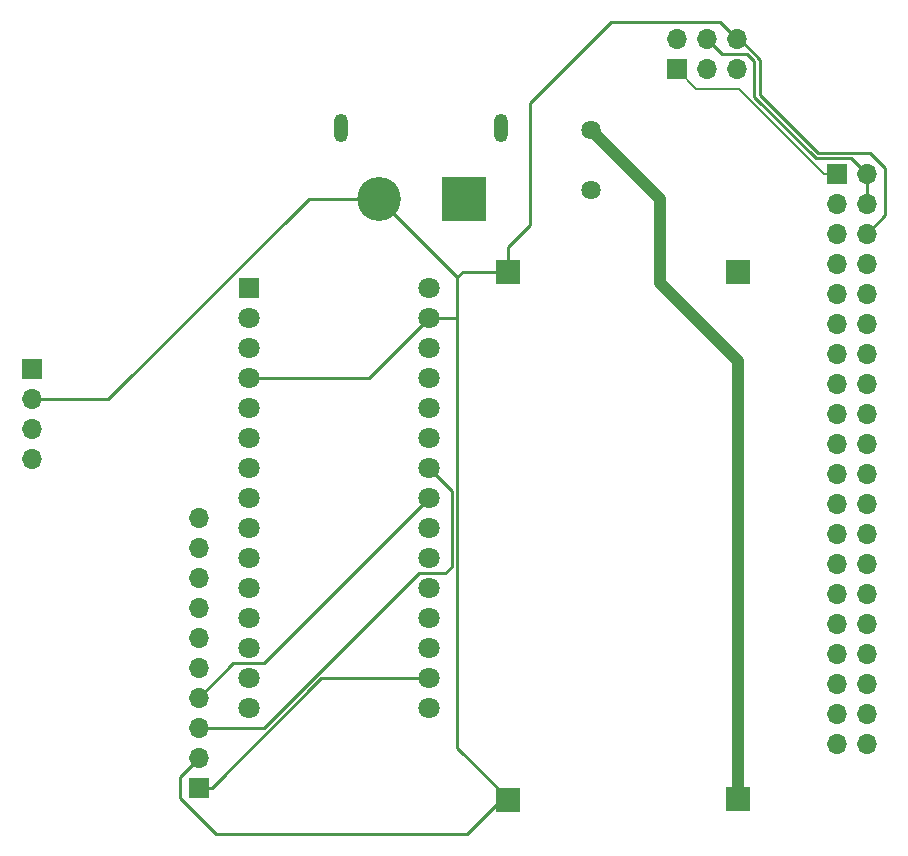
<source format=gbr>
%TF.GenerationSoftware,KiCad,Pcbnew,7.0.2-0*%
%TF.CreationDate,2024-01-24T17:58:37-05:00*%
%TF.ProjectId,Pi_HAT_V4_Simple,50695f48-4154-45f5-9634-5f53696d706c,rev?*%
%TF.SameCoordinates,Original*%
%TF.FileFunction,Copper,L2,Bot*%
%TF.FilePolarity,Positive*%
%FSLAX46Y46*%
G04 Gerber Fmt 4.6, Leading zero omitted, Abs format (unit mm)*
G04 Created by KiCad (PCBNEW 7.0.2-0) date 2024-01-24 17:58:37*
%MOMM*%
%LPD*%
G01*
G04 APERTURE LIST*
%TA.AperFunction,ComponentPad*%
%ADD10C,1.635000*%
%TD*%
%TA.AperFunction,ComponentPad*%
%ADD11C,1.800000*%
%TD*%
%TA.AperFunction,ComponentPad*%
%ADD12R,1.800000X1.800000*%
%TD*%
%TA.AperFunction,ComponentPad*%
%ADD13R,1.700000X1.700000*%
%TD*%
%TA.AperFunction,ComponentPad*%
%ADD14O,1.700000X1.700000*%
%TD*%
%TA.AperFunction,ComponentPad*%
%ADD15R,3.716000X3.716000*%
%TD*%
%TA.AperFunction,ComponentPad*%
%ADD16C,3.716000*%
%TD*%
%TA.AperFunction,ComponentPad*%
%ADD17O,1.200000X2.400000*%
%TD*%
%TA.AperFunction,ComponentPad*%
%ADD18R,2.000000X2.000000*%
%TD*%
%TA.AperFunction,Conductor*%
%ADD19C,1.000000*%
%TD*%
%TA.AperFunction,Conductor*%
%ADD20C,0.250000*%
%TD*%
%TA.AperFunction,Conductor*%
%ADD21C,0.200000*%
%TD*%
G04 APERTURE END LIST*
D10*
%TO.P,S1,1,1*%
%TO.N,/12Vin*%
X130149600Y-80746600D03*
%TO.P,S1,3,3*%
%TO.N,/12Vout*%
X130149600Y-75666600D03*
%TD*%
D11*
%TO.P,TB1,30,VIN*%
%TO.N,unconnected-(TB1-VIN-Pad30)*%
X116492300Y-89077800D03*
%TO.P,TB1,29,COM/GND*%
%TO.N,GND*%
X116492300Y-91617800D03*
%TO.P,TB1,28,RESET*%
%TO.N,unconnected-(TB1-RESET-Pad28)*%
X116492300Y-94157800D03*
%TO.P,TB1,27,+5V*%
%TO.N,unconnected-(TB1-+5V-Pad27)*%
X116492300Y-96697800D03*
%TO.P,TB1,26,A7*%
%TO.N,unconnected-(TB1-A7-Pad26)*%
X116492300Y-99237800D03*
%TO.P,TB1,25,A6*%
%TO.N,unconnected-(TB1-A6-Pad25)*%
X116492300Y-101777800D03*
%TO.P,TB1,24,A5*%
%TO.N,/SCLN*%
X116492300Y-104317800D03*
%TO.P,TB1,23,A4*%
%TO.N,/SDAN*%
X116492300Y-106857800D03*
%TO.P,TB1,22,A3*%
%TO.N,unconnected-(TB1-A3-Pad22)*%
X116492300Y-109397800D03*
%TO.P,TB1,21,A2*%
%TO.N,unconnected-(TB1-A2-Pad21)*%
X116492300Y-111937800D03*
%TO.P,TB1,20,A1*%
%TO.N,unconnected-(TB1-A1-Pad20)*%
X116492300Y-114477800D03*
%TO.P,TB1,19,A0*%
%TO.N,unconnected-(TB1-A0-Pad19)*%
X116492300Y-117017800D03*
%TO.P,TB1,18,AREF*%
%TO.N,unconnected-(TB1-AREF-Pad18)*%
X116492300Y-119557800D03*
%TO.P,TB1,17,3V3*%
%TO.N,/3.3VN*%
X116492300Y-122097800D03*
%TO.P,TB1,16,D13/SCK*%
%TO.N,unconnected-(TB1-D13{slash}SCK-Pad16)*%
X116492300Y-124637800D03*
%TO.P,TB1,15,D12/MISO*%
%TO.N,unconnected-(TB1-D12{slash}MISO-Pad15)*%
X101252300Y-124637800D03*
%TO.P,TB1,14,D11/MOSI*%
%TO.N,unconnected-(TB1-D11{slash}MOSI-Pad14)*%
X101252300Y-122097800D03*
%TO.P,TB1,13,D10*%
%TO.N,unconnected-(TB1-D10-Pad13)*%
X101252300Y-119557800D03*
%TO.P,TB1,12,D9*%
%TO.N,unconnected-(TB1-D9-Pad12)*%
X101252300Y-117017800D03*
%TO.P,TB1,11,D8*%
%TO.N,unconnected-(TB1-D8-Pad11)*%
X101252300Y-114477800D03*
%TO.P,TB1,10,D7*%
%TO.N,unconnected-(TB1-D7-Pad10)*%
X101252300Y-111937800D03*
%TO.P,TB1,9,D6*%
%TO.N,unconnected-(TB1-D6-Pad9)*%
X101252300Y-109397800D03*
%TO.P,TB1,8,D5*%
%TO.N,unconnected-(TB1-D5-Pad8)*%
X101252300Y-106857800D03*
%TO.P,TB1,7,D4*%
%TO.N,unconnected-(TB1-D4-Pad7)*%
X101252300Y-104317800D03*
%TO.P,TB1,6,D3*%
%TO.N,unconnected-(TB1-D3-Pad6)*%
X101252300Y-101777800D03*
%TO.P,TB1,5,D2*%
%TO.N,unconnected-(TB1-D2-Pad5)*%
X101252300Y-99237800D03*
%TO.P,TB1,4,COM/GND*%
%TO.N,GND*%
X101252300Y-96697800D03*
%TO.P,TB1,3,RESET*%
%TO.N,unconnected-(TB1-RESET-Pad28)*%
X101252300Y-94157800D03*
%TO.P,TB1,2,D0/RX*%
%TO.N,unconnected-(TB1-D0{slash}RX-Pad2)*%
X101252300Y-91617800D03*
D12*
%TO.P,TB1,1,D1/TX*%
%TO.N,unconnected-(TB1-D1{slash}TX-Pad1)*%
X101252300Y-89077800D03*
%TD*%
D13*
%TO.P,J3,1,Pin_1*%
%TO.N,/3.3V*%
X137475000Y-70525000D03*
D14*
%TO.P,J3,2,Pin_2*%
%TO.N,/5V*%
X137475000Y-67985000D03*
%TO.P,J3,3,Pin_3*%
%TO.N,/SDA*%
X140015000Y-70525000D03*
%TO.P,J3,4,Pin_4*%
%TO.N,/5V*%
X140015000Y-67985000D03*
%TO.P,J3,5,Pin_5*%
%TO.N,/SCL*%
X142555000Y-70525000D03*
%TO.P,J3,6,Pin_6*%
%TO.N,GND*%
X142555000Y-67985000D03*
%TD*%
%TO.P,J1,10,Pin_10*%
%TO.N,unconnected-(J1-Pin_10-Pad10)*%
X96956800Y-108543800D03*
%TO.P,J1,9,Pin_9*%
%TO.N,unconnected-(J1-Pin_9-Pad9)*%
X96956800Y-111083800D03*
%TO.P,J1,8,Pin_8*%
%TO.N,unconnected-(J1-Pin_8-Pad8)*%
X96956800Y-113623800D03*
%TO.P,J1,7,Pin_7*%
%TO.N,unconnected-(J1-Pin_7-Pad7)*%
X96956800Y-116163800D03*
%TO.P,J1,6,Pin_6*%
%TO.N,unconnected-(J1-Pin_6-Pad6)*%
X96956800Y-118703800D03*
%TO.P,J1,5,Pin_5*%
%TO.N,unconnected-(J1-Pin_5-Pad5)*%
X96956800Y-121243800D03*
%TO.P,J1,4,Pin_4*%
%TO.N,/SDAN*%
X96956800Y-123783800D03*
%TO.P,J1,3,Pin_3*%
%TO.N,/SCLN*%
X96956800Y-126323800D03*
%TO.P,J1,2,Pin_2*%
%TO.N,GND*%
X96956800Y-128863800D03*
D13*
%TO.P,J1,1,Pin_1*%
%TO.N,/3.3VN*%
X96956800Y-131403800D03*
%TD*%
%TO.P,J2,1,Pin_1*%
%TO.N,/3.3V*%
X151000000Y-79400000D03*
D14*
%TO.P,J2,2,Pin_2*%
%TO.N,/5V*%
X153540000Y-79400000D03*
%TO.P,J2,3,Pin_3*%
%TO.N,/SDA*%
X151000000Y-81940000D03*
%TO.P,J2,4,Pin_4*%
%TO.N,/5V*%
X153540000Y-81940000D03*
%TO.P,J2,5,Pin_5*%
%TO.N,/SCL*%
X151000000Y-84480000D03*
%TO.P,J2,6,Pin_6*%
%TO.N,GND*%
X153540000Y-84480000D03*
%TO.P,J2,7,Pin_7*%
%TO.N,unconnected-(J2-Pin_7-Pad7)*%
X151000000Y-87020000D03*
%TO.P,J2,8,Pin_8*%
%TO.N,unconnected-(J2-Pin_8-Pad8)*%
X153540000Y-87020000D03*
%TO.P,J2,9,Pin_9*%
%TO.N,unconnected-(J2-Pin_9-Pad9)*%
X151000000Y-89560000D03*
%TO.P,J2,10,Pin_10*%
%TO.N,unconnected-(J2-Pin_10-Pad10)*%
X153540000Y-89560000D03*
%TO.P,J2,11,Pin_11*%
%TO.N,unconnected-(J2-Pin_11-Pad11)*%
X151000000Y-92100000D03*
%TO.P,J2,12,Pin_12*%
%TO.N,unconnected-(J2-Pin_12-Pad12)*%
X153540000Y-92100000D03*
%TO.P,J2,13,Pin_13*%
%TO.N,unconnected-(J2-Pin_13-Pad13)*%
X151000000Y-94640000D03*
%TO.P,J2,14,Pin_14*%
%TO.N,unconnected-(J2-Pin_14-Pad14)*%
X153540000Y-94640000D03*
%TO.P,J2,15,Pin_15*%
%TO.N,unconnected-(J2-Pin_15-Pad15)*%
X151000000Y-97180000D03*
%TO.P,J2,16,Pin_16*%
%TO.N,unconnected-(J2-Pin_16-Pad16)*%
X153540000Y-97180000D03*
%TO.P,J2,17,Pin_17*%
%TO.N,unconnected-(J2-Pin_17-Pad17)*%
X151000000Y-99720000D03*
%TO.P,J2,18,Pin_18*%
%TO.N,unconnected-(J2-Pin_18-Pad18)*%
X153540000Y-99720000D03*
%TO.P,J2,19,Pin_19*%
%TO.N,unconnected-(J2-Pin_19-Pad19)*%
X151000000Y-102260000D03*
%TO.P,J2,20,Pin_20*%
%TO.N,unconnected-(J2-Pin_20-Pad20)*%
X153540000Y-102260000D03*
%TO.P,J2,21,Pin_21*%
%TO.N,unconnected-(J2-Pin_21-Pad21)*%
X151000000Y-104800000D03*
%TO.P,J2,22,Pin_22*%
%TO.N,unconnected-(J2-Pin_22-Pad22)*%
X153540000Y-104800000D03*
%TO.P,J2,23,Pin_23*%
%TO.N,unconnected-(J2-Pin_23-Pad23)*%
X151000000Y-107340000D03*
%TO.P,J2,24,Pin_24*%
%TO.N,unconnected-(J2-Pin_24-Pad24)*%
X153540000Y-107340000D03*
%TO.P,J2,25,Pin_25*%
%TO.N,unconnected-(J2-Pin_25-Pad25)*%
X151000000Y-109880000D03*
%TO.P,J2,26,Pin_26*%
%TO.N,unconnected-(J2-Pin_26-Pad26)*%
X153540000Y-109880000D03*
%TO.P,J2,27,Pin_27*%
%TO.N,unconnected-(J2-Pin_27-Pad27)*%
X151000000Y-112420000D03*
%TO.P,J2,28,Pin_28*%
%TO.N,unconnected-(J2-Pin_28-Pad28)*%
X153540000Y-112420000D03*
%TO.P,J2,29,Pin_29*%
%TO.N,unconnected-(J2-Pin_29-Pad29)*%
X151000000Y-114960000D03*
%TO.P,J2,30,Pin_30*%
%TO.N,unconnected-(J2-Pin_30-Pad30)*%
X153540000Y-114960000D03*
%TO.P,J2,31,Pin_31*%
%TO.N,unconnected-(J2-Pin_31-Pad31)*%
X151000000Y-117500000D03*
%TO.P,J2,32,Pin_32*%
%TO.N,unconnected-(J2-Pin_32-Pad32)*%
X153540000Y-117500000D03*
%TO.P,J2,33,Pin_33*%
%TO.N,unconnected-(J2-Pin_33-Pad33)*%
X151000000Y-120040000D03*
%TO.P,J2,34,Pin_34*%
%TO.N,unconnected-(J2-Pin_34-Pad34)*%
X153540000Y-120040000D03*
%TO.P,J2,35,Pin_35*%
%TO.N,unconnected-(J2-Pin_35-Pad35)*%
X151000000Y-122580000D03*
%TO.P,J2,36,Pin_36*%
%TO.N,unconnected-(J2-Pin_36-Pad36)*%
X153540000Y-122580000D03*
%TO.P,J2,37,Pin_37*%
%TO.N,unconnected-(J2-Pin_37-Pad37)*%
X151000000Y-125120000D03*
%TO.P,J2,38,Pin_38*%
%TO.N,unconnected-(J2-Pin_38-Pad38)*%
X153540000Y-125120000D03*
%TO.P,J2,39,Pin_39*%
%TO.N,unconnected-(J2-Pin_39-Pad39)*%
X151000000Y-127660000D03*
%TO.P,J2,40,Pin_40*%
%TO.N,unconnected-(J2-Pin_40-Pad40)*%
X153540000Y-127660000D03*
%TD*%
D15*
%TO.P,J5,1,+*%
%TO.N,/12Vin*%
X119398600Y-81489200D03*
D16*
%TO.P,J5,2,-*%
%TO.N,GND*%
X112198600Y-81489200D03*
D17*
%TO.P,J5,S1*%
%TO.N,N/C*%
X122548600Y-75489200D03*
%TO.P,J5,S2*%
X109048600Y-75489200D03*
%TD*%
D13*
%TO.P,J7,1,Pin_1*%
%TO.N,/12Vout*%
X82829400Y-95935800D03*
D14*
%TO.P,J7,2,Pin_2*%
%TO.N,GND*%
X82829400Y-98475800D03*
%TO.P,J7,3,Pin_3*%
%TO.N,/SDA*%
X82829400Y-101015800D03*
%TO.P,J7,4,Pin_4*%
%TO.N,/SCL*%
X82829400Y-103555800D03*
%TD*%
D18*
%TO.P,U1,1,IN+*%
%TO.N,/12Vout*%
X142595600Y-132308600D03*
%TO.P,U1,2,IN-*%
%TO.N,GND*%
X123143600Y-132422600D03*
%TO.P,U1,3,OUT+*%
%TO.N,/5V*%
X142643600Y-87672600D03*
%TO.P,U1,4,OUT-*%
%TO.N,GND*%
X123143600Y-87672600D03*
%TD*%
D19*
%TO.N,/12Vout*%
X142595600Y-95250000D02*
X135991600Y-88646000D01*
X142595600Y-132308600D02*
X142595600Y-95250000D01*
X135991600Y-88646000D02*
X135991600Y-81508600D01*
X135991600Y-81508600D02*
X130149600Y-75666600D01*
D20*
%TO.N,GND*%
X123143600Y-87672600D02*
X119311200Y-87672600D01*
X119311200Y-87672600D02*
X118846600Y-88137200D01*
X101252300Y-96697800D02*
X111412300Y-96697800D01*
X111412300Y-96697800D02*
X116492300Y-91617800D01*
X82829400Y-98475800D02*
X89331800Y-98475800D01*
X89331800Y-98475800D02*
X106318400Y-81489200D01*
X106318400Y-81489200D02*
X112198600Y-81489200D01*
X96956800Y-128863800D02*
X95351600Y-130469000D01*
X95351600Y-130469000D02*
X95351600Y-132232400D01*
X95351600Y-132232400D02*
X98399600Y-135280400D01*
X98399600Y-135280400D02*
X119710200Y-135280400D01*
X119710200Y-135280400D02*
X122568000Y-132422600D01*
X122568000Y-132422600D02*
X123143600Y-132422600D01*
%TO.N,/SCLN*%
X96956800Y-126323800D02*
X102503404Y-126323800D01*
X102503404Y-126323800D02*
X115619404Y-113207800D01*
X118396600Y-106222100D02*
X116492300Y-104317800D01*
X115619404Y-113207800D02*
X117830600Y-113207800D01*
X117830600Y-113207800D02*
X118396600Y-112641800D01*
X118396600Y-112641800D02*
X118396600Y-106222100D01*
%TO.N,/SDAN*%
X96956800Y-123783800D02*
X99912800Y-120827800D01*
X99912800Y-120827800D02*
X102522300Y-120827800D01*
X102522300Y-120827800D02*
X116492300Y-106857800D01*
%TO.N,GND*%
X123143600Y-87672600D02*
X123143600Y-85593600D01*
X123143600Y-85593600D02*
X125018800Y-83718400D01*
X125018800Y-83718400D02*
X125018800Y-73380600D01*
X125018800Y-73380600D02*
X131876800Y-66522600D01*
X131876800Y-66522600D02*
X141092600Y-66522600D01*
X141092600Y-66522600D02*
X142555000Y-67985000D01*
X142555000Y-67985000D02*
X142789396Y-67985000D01*
X142789396Y-67985000D02*
X144505129Y-69700733D01*
X155117800Y-82902200D02*
X153540000Y-84480000D01*
X144505129Y-69700733D02*
X144505129Y-72715671D01*
X144505129Y-72715671D02*
X149393658Y-77604200D01*
X149393658Y-77604200D02*
X153804200Y-77604200D01*
X153804200Y-77604200D02*
X155117800Y-78917800D01*
X155117800Y-78917800D02*
X155117800Y-82902200D01*
X118846600Y-88137200D02*
X118846600Y-91694000D01*
X118846600Y-91694000D02*
X118846600Y-127965200D01*
X116492300Y-91617800D02*
X118770400Y-91617800D01*
X118770400Y-91617800D02*
X118846600Y-91694000D01*
X112198600Y-81489200D02*
X118846600Y-88137200D01*
X118846600Y-127965200D02*
X123143600Y-132262200D01*
X123143600Y-132262200D02*
X123143600Y-132422600D01*
%TO.N,/3.3VN*%
X96956800Y-131403800D02*
X98059800Y-131403800D01*
X107365800Y-122097800D02*
X116492300Y-122097800D01*
X98059800Y-131403800D02*
X107365800Y-122097800D01*
D21*
%TO.N,/3.3V*%
X142702022Y-72150000D02*
X149952022Y-79400000D01*
X139100000Y-72150000D02*
X142702022Y-72150000D01*
X137475000Y-70525000D02*
X139100000Y-72150000D01*
X149952022Y-79400000D02*
X151000000Y-79400000D01*
D20*
%TO.N,/5V*%
X144018000Y-72864938D02*
X144018000Y-69850000D01*
X141295800Y-69265800D02*
X140015000Y-67985000D01*
X152194200Y-78054200D02*
X149207262Y-78054200D01*
X143433800Y-69265800D02*
X141295800Y-69265800D01*
X153540000Y-81940000D02*
X153540000Y-79400000D01*
X144018000Y-69850000D02*
X143433800Y-69265800D01*
X149207262Y-78054200D02*
X144018000Y-72864938D01*
X153540000Y-79400000D02*
X152194200Y-78054200D01*
%TD*%
M02*

</source>
